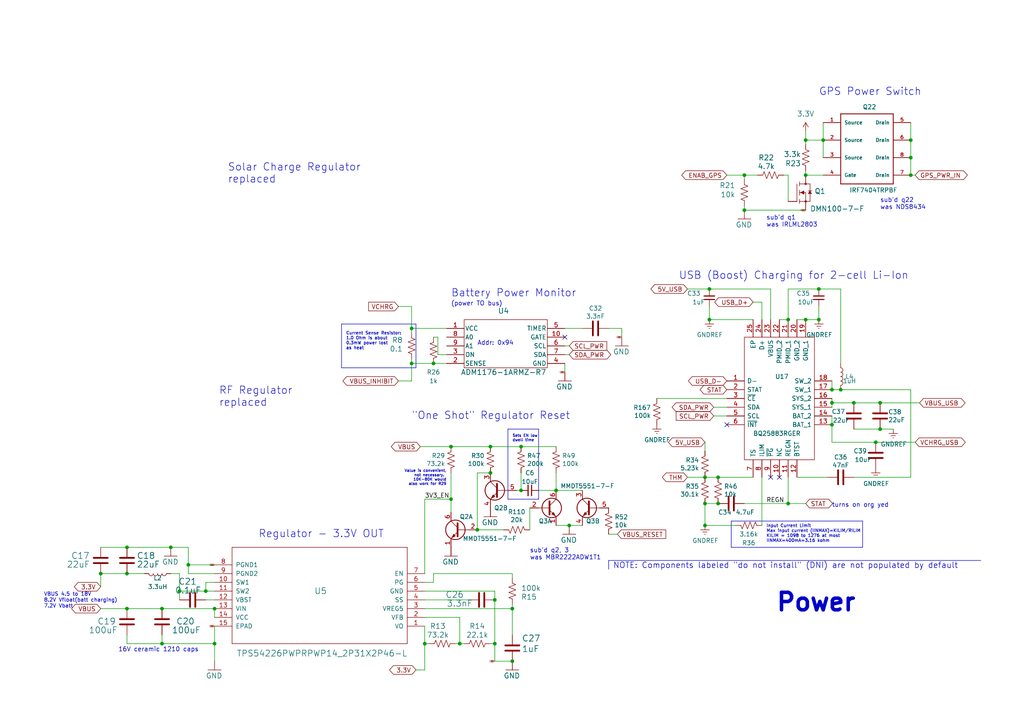
<source format=kicad_sch>
(kicad_sch (version 20230121) (generator eeschema)
  (paper "A4")
  (title_block (title "PyCubed Mainboard") (date "2021-06-09") (rev "v05c") (company "Max Holliday"))
  (lib_symbols
    (symbol "Device:C" (pin_numbers hide) (pin_names (offset 0.254))
      (property "Reference" "C" (at 0.635 2.54 0))
      (property "Value" "C" (at 0.635 -2.54 0))
      (symbol "C_0_1"
        (polyline (pts (xy -2.032 -0.762) (xy 2.032 -0.762)) (stroke (width 0.508)))
        (polyline (pts (xy -2.032 0.762) (xy 2.032 0.762)) (stroke (width 0.508)))
      )
      (symbol "C_1_1"
        (pin passive line (at 0 3.81 270) (length 2.794) (name "~") (number "1"))
        (pin passive line (at 0 -3.81 90) (length 2.794) (name "~") (number "2"))
      )
    )
    (symbol "Device:C_Small" (pin_numbers hide) (pin_names (offset 0.254) hide)
      (property "Reference" "C" (at 0.254 1.778 0))
      (property "Value" "C_Small" (at 0.254 -2.032 0))
      (symbol "C_Small_0_1"
        (polyline (pts (xy -1.524 -0.508) (xy 1.524 -0.508)) (stroke (width 0.3302)))
        (polyline (pts (xy -1.524 0.508) (xy 1.524 0.508)) (stroke (width 0.3048)))
      )
      (symbol "C_Small_1_1"
        (pin passive line (at 0 2.54 270) (length 2.032) (name "~") (number "1"))
        (pin passive line (at 0 -2.54 90) (length 2.032) (name "~") (number "2"))
      )
    )
    (symbol "Device:L" (pin_numbers hide) (pin_names (offset 1.016) hide)
      (property "Reference" "L" (at -1.27 0 90))
      (property "Value" "L" (at 1.905 0 90))
      (symbol "L_0_1"
        (arc (start 0 -2.54) (mid 0.6323 -1.905) (end 0 -1.27))
        (arc (start 0 -1.27) (mid 0.6323 -0.635) (end 0 0))
        (arc (start 0 0) (mid 0.6323 0.635) (end 0 1.27))
        (arc (start 0 1.27) (mid 0.6323 1.905) (end 0 2.54))
      )
      (symbol "L_1_1"
        (pin passive line (at 0 3.81 270) (length 1.27) (name "1") (number "1"))
        (pin passive line (at 0 -3.81 90) (length 1.27) (name "2") (number "2"))
      )
    )
    (symbol "Device:R_US" (pin_numbers hide) (pin_names (offset 0))
      (property "Reference" "R" (at 2.54 0 90))
      (property "Value" "R_US" (at -2.54 0 90))
      (symbol "R_US_0_1"
        (polyline (pts (xy 0 -2.286) (xy 0 -2.54)))
        (polyline (pts (xy 0 2.286) (xy 0 2.54)))
        (polyline (pts (xy 0 -0.762) (xy 1.016 -1.143) (xy 0 -1.524) (xy -1.016 -1.905) (xy 0 -2.286)))
        (polyline (pts (xy 0 0.762) (xy 1.016 0.381) (xy 0 0) (xy -1.016 -0.381) (xy 0 -0.762)))
        (polyline (pts (xy 0 2.286) (xy 1.016 1.905) (xy 0 1.524) (xy -1.016 1.143) (xy 0 0.762)))
      )
      (symbol "R_US_1_1"
        (pin passive line (at 0 3.81 270) (length 1.27) (name "~") (number "1"))
        (pin passive line (at 0 -3.81 90) (length 1.27) (name "~") (number "2"))
      )
    )
    (symbol "mainboard-rescue:GNDREF-power-mainboard-rescue" (power) (pin_names (offset 0))
      (property "Value" "GNDREF-power-mainboard-rescue" (at 0 -3.81 0))
      (symbol "GNDREF-power-mainboard-rescue_0_1"
        (polyline (pts (xy -0.635 -1.905) (xy 0.635 -1.905)))
        (polyline (pts (xy -0.127 -2.54) (xy 0.127 -2.54)))
        (polyline (pts (xy 0 -1.27) (xy 0 0)))
        (polyline (pts (xy 1.27 -1.27) (xy -1.27 -1.27)))
      )
      (symbol "GNDREF-power-mainboard-rescue_1_1"
        (pin power_in line (at 0 0 270) (length 0) hide (name "GNDREF") (number "1"))
      )
    )
    (symbol "mainboard-rescue:MBT2222ADW1T1-Transistor_BJT-mainboard-rescue" (pin_names (offset 0) hide)
      (property "Reference" "Q" (at 5.08 1.27 0))
      (property "Value" "MBT2222ADW1T1-Transistor_BJT-mainboard-rescue" (at 5.08 -1.27 0))
      (symbol "MBT2222ADW1T1-Transistor_BJT-mainboard-rescue_0_1"
        (polyline (pts (xy 0.635 0) (xy -2.54 0)))
        (polyline (pts (xy 0.635 0.635) (xy 2.54 2.54)))
        (polyline (pts (xy 0.635 -0.635) (xy 2.54 -2.54) (xy 2.54 -2.54)))
        (polyline (pts (xy 0.635 1.905) (xy 0.635 -1.905) (xy 0.635 -1.905)) (stroke (width 0.508)))
        (polyline (pts (xy 1.27 -1.778) (xy 1.778 -1.27) (xy 2.286 -2.286) (xy 1.27 -1.778) (xy 1.27 -1.778)) (fill (type outline)))
        (circle (center 1.27 0) (radius 2.8194) (stroke (width 0.254)))
      )
      (symbol "MBT2222ADW1T1-Transistor_BJT-mainboard-rescue_1_1"
        (pin passive line (at 2.54 -5.08 90) (length 2.54) (name "E1") (number "1"))
        (pin input line (at -5.08 0 0) (length 2.54) (name "B1") (number "2"))
        (pin passive line (at 2.54 5.08 270) (length 2.54) (name "C1") (number "6"))
      )
      (symbol "MBT2222ADW1T1-Transistor_BJT-mainboard-rescue_2_1"
        (pin passive line (at 2.54 5.08 270) (length 2.54) (name "C2") (number "3"))
        (pin passive line (at 2.54 -5.08 90) (length 2.54) (name "E2") (number "4"))
        (pin input line (at -5.08 0 0) (length 2.54) (name "B2") (number "5"))
      )
    )
    (symbol "mainboard:3.3V" (power) (pin_names (offset 1.016))
      (property "Value" "3.3V" (at -1.016 3.556 0))
      (symbol "3.3V_1_0"
        (polyline (pts (xy 0 2.54) (xy -0.762 1.27)))
        (polyline (pts (xy 0.762 1.27) (xy 0 2.54)))
        (pin power_in line (at 0 0 90) (length 2.54) (name "3.3V") (number "1"))
      )
    )
    (symbol "mainboard:ADM1176-1ARMZ-R7" (pin_names (offset 0.254))
      (property "Reference" "U?" (at 19.05 -10.16 0))
      (property "Value" "ADM1176-1ARMZ-R7" (at 20.32 -26.67 0))
      (symbol "ADM1176-1ARMZ-R7_0_1"
        (rectangle (start 7.62 -11.43) (end 31.75 -25.4))
      )
      (symbol "ADM1176-1ARMZ-R7_1_0"
        (pin unspecified line (at 2.54 -13.97 0) (length 5.08) (name "VCC") (number "1"))
        (pin unspecified line (at 36.83 -16.51 180) (length 5.08) (name "GATE") (number "10"))
        (pin unspecified line (at 2.54 -24.13 0) (length 5.08) (name "SENSE") (number "2"))
        (pin unspecified line (at 2.54 -21.59 0) (length 5.08) (name "ON") (number "3"))
        (pin unspecified line (at 36.83 -24.13 180) (length 5.08) (name "GND") (number "4"))
        (pin unspecified line (at 36.83 -13.97 180) (length 5.08) (name "TIMER") (number "5"))
        (pin unspecified line (at 36.83 -19.05 180) (length 5.08) (name "SCL") (number "6"))
        (pin unspecified line (at 36.83 -21.59 180) (length 5.08) (name "SDA") (number "7"))
        (pin unspecified line (at 2.54 -16.51 0) (length 5.08) (name "A0") (number "8"))
        (pin unspecified line (at 2.54 -19.05 0) (length 5.08) (name "A1") (number "9"))
      )
    )
    (symbol "mainboard:BQ25883RGER" (pin_names (offset 0.762))
      (property "Reference" "IC" (at 26.67 17.78 0))
      (property "Value" "BQ25883RGER" (at 26.67 15.24 0))
      (symbol "BQ25883RGER_0_0"
        (pin bidirectional line (at 0 0 0) (length 5.08) (name "D-") (number "1"))
        (pin bidirectional line (at 15.24 -27.94 90) (length 5.08) (name "NC") (number "10"))
        (pin bidirectional line (at 17.78 -27.94 90) (length 5.08) (name "REGN") (number "11"))
        (pin bidirectional line (at 20.32 -27.94 90) (length 5.08) (name "BTST") (number "12"))
        (pin bidirectional line (at 30.48 -12.7 180) (length 5.08) (name "BAT_1") (number "13"))
        (pin bidirectional line (at 30.48 -10.16 180) (length 5.08) (name "BAT_2") (number "14"))
        (pin bidirectional line (at 30.48 -7.62 180) (length 5.08) (name "SYS_1") (number "15"))
        (pin bidirectional line (at 30.48 -5.08 180) (length 5.08) (name "SYS_2") (number "16"))
        (pin bidirectional line (at 30.48 -2.54 180) (length 5.08) (name "SW_1") (number "17"))
        (pin bidirectional line (at 30.48 0 180) (length 5.08) (name "SW_2") (number "18"))
        (pin bidirectional line (at 22.86 17.78 270) (length 5.08) (name "GND_1") (number "19"))
        (pin bidirectional line (at 0 -2.54 0) (length 5.08) (name "STAT") (number "2"))
        (pin bidirectional line (at 20.32 17.78 270) (length 5.08) (name "GND_2") (number "20"))
        (pin bidirectional line (at 17.78 17.78 270) (length 5.08) (name "PMID_1") (number "21"))
        (pin bidirectional line (at 15.24 17.78 270) (length 5.08) (name "PMID_2") (number "22"))
        (pin bidirectional line (at 12.7 17.78 270) (length 5.08) (name "VBUS") (number "23"))
        (pin bidirectional line (at 10.16 17.78 270) (length 5.08) (name "D+") (number "24"))
        (pin bidirectional line (at 7.62 17.78 270) (length 5.08) (name "EP") (number "25"))
        (pin bidirectional line (at 0 -5.08 0) (length 5.08) (name "~{CE}") (number "3"))
        (pin bidirectional line (at 0 -7.62 0) (length 5.08) (name "SDA") (number "4"))
        (pin bidirectional line (at 0 -10.16 0) (length 5.08) (name "SCL") (number "5"))
        (pin bidirectional line (at 0 -12.7 0) (length 5.08) (name "~{INT}") (number "6"))
        (pin bidirectional line (at 7.62 -27.94 90) (length 5.08) (name "TS") (number "7"))
        (pin bidirectional line (at 10.16 -27.94 90) (length 5.08) (name "ILIM") (number "8"))
        (pin bidirectional line (at 12.7 -27.94 90) (length 5.08) (name "~{PG}") (number "9"))
      )
      (symbol "BQ25883RGER_0_1"
        (polyline (pts (xy 5.08 12.7) (xy 25.4 12.7) (xy 25.4 -22.86) (xy 5.08 -22.86) (xy 5.08 12.7)) (stroke (width 0.1524)))
      )
    )
    (symbol "mainboard:GND" (power) (pin_names (offset 1.016))
      (property "Value" "GND" (at -2.54 -2.54 0))
      (symbol "GND_1_0"
        (polyline (pts (xy -1.905 0) (xy 1.905 0)))
        (pin power_in line (at 0 2.54 270) (length 2.54) (name "GND") (number "1"))
      )
    )
    (symbol "mainboard:IRLML2803TRPBF" (pin_names (offset 1.016))
      (property "Reference" "Q" (at -11.43 1.27 0))
      (property "Value" "IRLML2803TRPBF" (at -11.43 3.81 0))
      (symbol "IRLML2803TRPBF_1_0"
        (polyline (pts (xy 0 2.54) (xy 0 -2.54)))
        (polyline (pts (xy 0.762 -2.54) (xy 0.762 -3.175)))
        (polyline (pts (xy 0.762 -1.905) (xy 0.762 -2.54)))
        (polyline (pts (xy 0.762 0) (xy 0.762 -0.762)))
        (polyline (pts (xy 0.762 0) (xy 2.54 0)))
        (polyline (pts (xy 0.762 0.762) (xy 0.762 0)))
        (polyline (pts (xy 0.762 2.54) (xy 0.762 1.905)))
        (polyline (pts (xy 0.762 2.54) (xy 3.81 2.54)))
        (polyline (pts (xy 0.762 3.175) (xy 0.762 2.54)))
        (polyline (pts (xy 2.54 -2.54) (xy 0.762 -2.54)))
        (polyline (pts (xy 2.54 -2.54) (xy 3.81 -2.54)))
        (polyline (pts (xy 2.54 0) (xy 2.54 -2.54)))
        (polyline (pts (xy 3.302 0.508) (xy 3.81 0.508)))
        (polyline (pts (xy 3.81 -0.508) (xy 3.81 -2.54)))
        (polyline (pts (xy 3.81 0.508) (xy 3.81 -0.508)))
        (polyline (pts (xy 3.81 0.508) (xy 4.318 0.508)))
        (polyline (pts (xy 3.81 2.54) (xy 3.81 0.508)))
        (polyline (pts (xy 1.016 0) (xy 2.032 0.508) (xy 2.032 -0.508)) (fill (type outline)))
        (polyline (pts (xy 3.81 0.508) (xy 3.302 -0.254) (xy 4.318 -0.254)) (fill (type outline)))
        (circle (center 2.54 -2.54) (radius 0.254))
        (circle (center 2.54 2.54) (radius 0.254))
        (pin passive line (at -2.54 -2.54 0) (length 2.54) (name "G") (number "1"))
        (pin passive line (at 2.54 -5.08 90) (length 2.54) (name "S") (number "2"))
        (pin passive line (at 2.54 5.08 270) (length 2.54) (name "D") (number "3"))
      )
    )
    (symbol "mainboard:NDS8434" (pin_names (offset 1.016))
      (symbol "NDS8434_0_0"
        (polyline (pts (xy -7.62 -10.16) (xy -7.62 10.16)) (stroke (width 0.254)))
        (polyline (pts (xy -7.62 10.16) (xy 7.62 10.16)) (stroke (width 0.254)))
        (polyline (pts (xy 7.62 -10.16) (xy -7.62 -10.16)) (stroke (width 0.254)))
        (polyline (pts (xy 7.62 10.16) (xy 7.62 -10.16)) (stroke (width 0.254)))
        (pin bidirectional line (at -12.7 7.62 0) (length 5.08) (name "Source") (number "1"))
        (pin bidirectional line (at -12.7 2.54 0) (length 5.08) (name "Source") (number "2"))
        (pin bidirectional line (at -12.7 -2.54 0) (length 5.08) (name "Source") (number "3"))
        (pin bidirectional line (at -12.7 -7.62 0) (length 5.08) (name "Gate") (number "4"))
        (pin bidirectional line (at 12.7 7.62 180) (length 5.08) (name "Drain") (number "5"))
        (pin bidirectional line (at 12.7 2.54 180) (length 5.08) (name "Drain") (number "6"))
        (pin bidirectional line (at 12.7 -7.62 180) (length 5.08) (name "Drain") (number "7"))
        (pin bidirectional line (at 12.7 -2.54 180) (length 5.08) (name "Drain") (number "8"))
      )
    )
    (symbol "mainboard:TPS54226PWPRPWP14_2P31X2P46-L" (pin_names (offset 1.016))
      (property "Reference" "U" (at 28.2956 9.1186 0))
      (property "Value" "TPS54226PWPRPWP14_2P31X2P46-L" (at 27.6606 6.5786 0))
      (symbol "TPS54226PWPRPWP14_2P31X2P46-L_1_0"
        (polyline (pts (xy 7.62 -22.86) (xy 58.42 -22.86)))
        (polyline (pts (xy 7.62 5.08) (xy 7.62 -22.86)))
        (polyline (pts (xy 58.42 -22.86) (xy 58.42 5.08)))
        (polyline (pts (xy 58.42 5.08) (xy 7.62 5.08)))
        (pin output line (at 2.54 0 0) (length 5.08) (name "VO") (number "1"))
        (pin passive line (at 63.5 -12.7 180) (length 5.08) (name "SW1") (number "10"))
        (pin passive line (at 63.5 -10.16 180) (length 5.08) (name "SW2") (number "11"))
        (pin input line (at 63.5 -7.62 180) (length 5.08) (name "VBST") (number "12"))
        (pin input line (at 63.5 -5.08 180) (length 5.08) (name "VIN") (number "13"))
        (pin input line (at 63.5 -2.54 180) (length 5.08) (name "VCC") (number "14"))
        (pin passive line (at 63.5 0 180) (length 5.08) (name "EPAD") (number "15"))
        (pin input line (at 2.54 -2.54 0) (length 5.08) (name "VFB") (number "2"))
        (pin output line (at 2.54 -5.08 0) (length 5.08) (name "VREG5") (number "3"))
        (pin passive line (at 2.54 -7.62 0) (length 5.08) (name "SS") (number "4"))
        (pin power_in line (at 2.54 -10.16 0) (length 5.08) (name "GND") (number "5"))
        (pin output line (at 2.54 -12.7 0) (length 5.08) (name "PG") (number "6"))
        (pin input line (at 2.54 -15.24 0) (length 5.08) (name "EN") (number "7"))
        (pin power_in line (at 63.5 -17.78 180) (length 5.08) (name "PGND1") (number "8"))
        (pin power_in line (at 63.5 -15.24 180) (length 5.08) (name "PGND2") (number "9"))
      )
    )
  )
  (junction (at 247.65 116.84))
  (junction (at 215.9 50.8))
  (junction (at 254 128.27))
  (junction (at 237.49 83.82))
  (junction (at 205.74 92.71))
  (junction (at 208.28 146.05))
  (junction (at 36.83 166.37))
  (junction (at 62.23 186.69))
  (junction (at 165.1 152.4))
  (junction (at 238.76 40.64))
  (junction (at 204.47 146.05))
  (junction (at 59.69 171.45))
  (junction (at 151.13 129.54))
  (junction (at 143.51 173.99))
  (junction (at 119.38 105.41))
  (junction (at 46.99 176.53))
  (junction (at 204.47 138.43))
  (junction (at 208.28 138.43))
  (junction (at 52.07 171.45))
  (junction (at 143.51 186.69))
  (junction (at 205.74 83.82))
  (junction (at 46.99 186.69))
  (junction (at 133.35 186.69))
  (junction (at 233.68 50.8))
  (junction (at 151.13 142.24))
  (junction (at 54.61 163.83))
  (junction (at 233.68 92.71))
  (junction (at 148.59 176.53))
  (junction (at 119.38 95.25))
  (junction (at 204.47 152.4))
  (junction (at 233.68 40.64))
  (junction (at 148.59 191.77))
  (junction (at 142.24 129.54))
  (junction (at 241.3 113.03))
  (junction (at 241.3 123.19))
  (junction (at 215.9 60.96))
  (junction (at 29.21 166.37))
  (junction (at 62.23 176.53))
  (junction (at 130.81 144.78))
  (junction (at 130.81 129.54))
  (junction (at 255.27 116.84))
  (junction (at 161.29 142.24))
  (junction (at 36.83 176.53))
  (junction (at 138.43 153.67))
  (junction (at 243.84 113.03))
  (junction (at 125.73 105.41))
  (junction (at 255.27 124.46))
  (junction (at 264.16 50.8))
  (junction (at 264.16 40.64))
  (junction (at 36.83 158.75))
  (junction (at 142.24 137.16))
  (junction (at 237.49 92.71))
  (junction (at 123.19 186.69))
  (junction (at 228.6 146.05))
  (junction (at 264.16 45.72))
  (junction (at 49.53 158.75))
  (junction (at 228.6 92.71))
  (junction (at 241.3 116.84))
  (no_connect (at 210.82 123.19))
  (no_connect (at 163.83 97.79))
  (no_connect (at 223.52 138.43))
  (no_connect (at 226.06 138.43))
  (wire (pts (xy 54.61 166.37) (xy 62.23 166.37)))
  (wire (pts (xy 62.23 168.91) (xy 59.69 168.91)))
  (polyline (pts (xy 99.06 93.98) (xy 120.65 93.98)))
  (wire (pts (xy 138.43 137.16) (xy 142.24 137.16)))
  (wire (pts (xy 29.21 170.18) (xy 29.21 166.37)))
  (wire (pts (xy 264.16 50.8) (xy 265.43 50.8)))
  (wire (pts (xy 132.08 186.69) (xy 133.35 186.69)))
  (polyline (pts (xy 120.65 93.98) (xy 120.65 106.68)))
  (wire (pts (xy 36.83 158.75) (xy 49.53 158.75)))
  (wire (pts (xy 46.99 186.69) (xy 46.99 184.15)))
  (wire (pts (xy 264.16 35.56) (xy 264.16 40.64)))
  (wire (pts (xy 119.38 95.25) (xy 129.54 95.25)))
  (wire (pts (xy 148.59 166.37) (xy 125.73 166.37)))
  (wire (pts (xy 231.14 92.71) (xy 233.68 92.71)))
  (wire (pts (xy 210.82 50.8) (xy 215.9 50.8)))
  (wire (pts (xy 36.83 176.53) (xy 29.21 176.53)))
  (wire (pts (xy 254 128.27) (xy 265.43 128.27)))
  (wire (pts (xy 148.59 175.26) (xy 148.59 176.53)))
  (wire (pts (xy 142.24 186.69) (xy 143.51 186.69)))
  (wire (pts (xy 130.81 144.78) (xy 130.81 148.59)))
  (polyline (pts (xy 156.21 144.78) (xy 156.21 124.46)))
  (wire (pts (xy 264.16 45.72) (xy 264.16 50.8)))
  (wire (pts (xy 205.74 88.9) (xy 205.74 92.71)))
  (wire (pts (xy 123.19 181.61) (xy 123.19 186.69)))
  (wire (pts (xy 143.51 173.99) (xy 143.51 186.69)))
  (wire (pts (xy 233.68 40.64) (xy 233.68 38.1)))
  (wire (pts (xy 208.28 138.43) (xy 204.47 138.43)))
  (wire (pts (xy 179.07 154.94) (xy 176.53 154.94)))
  (wire (pts (xy 243.84 83.82) (xy 237.49 83.82)))
  (wire (pts (xy 133.35 179.07) (xy 133.35 186.69)))
  (wire (pts (xy 215.9 146.05) (xy 228.6 146.05)))
  (wire (pts (xy 52.07 171.45) (xy 52.07 166.37)))
  (wire (pts (xy 36.83 186.69) (xy 36.83 184.15)))
  (wire (pts (xy 163.83 107.95) (xy 163.83 105.41)))
  (wire (pts (xy 233.68 92.71) (xy 237.49 92.71)))
  (wire (pts (xy 168.91 152.4) (xy 165.1 152.4)))
  (wire (pts (xy 165.1 152.4) (xy 161.29 152.4)))
  (wire (pts (xy 62.23 181.61) (xy 62.23 186.69)))
  (wire (pts (xy 210.82 118.11) (xy 207.01 118.11)))
  (wire (pts (xy 46.99 176.53) (xy 62.23 176.53)))
  (wire (pts (xy 133.35 186.69) (xy 134.62 186.69)))
  (wire (pts (xy 228.6 146.05) (xy 233.68 146.05)))
  (wire (pts (xy 153.67 153.67) (xy 153.67 147.32)))
  (wire (pts (xy 146.05 153.67) (xy 138.43 153.67)))
  (wire (pts (xy 125.73 168.91) (xy 123.19 168.91)))
  (wire (pts (xy 123.19 186.69) (xy 124.46 186.69)))
  (polyline (pts (xy 176.53 165.1) (xy 176.53 162.56)))
  (wire (pts (xy 247.65 124.46) (xy 255.27 124.46)))
  (wire (pts (xy 123.19 179.07) (xy 133.35 179.07)))
  (wire (pts (xy 255.27 124.46) (xy 259.08 124.46)))
  (wire (pts (xy 161.29 137.16) (xy 161.29 142.24)))
  (wire (pts (xy 241.3 120.65) (xy 241.3 123.19)))
  (wire (pts (xy 204.47 152.4) (xy 213.36 152.4)))
  (wire (pts (xy 204.47 146.05) (xy 204.47 152.4)))
  (wire (pts (xy 264.16 40.64) (xy 264.16 45.72)))
  (wire (pts (xy 168.91 142.24) (xy 161.29 142.24)))
  (wire (pts (xy 215.9 59.69) (xy 215.9 60.96)))
  (wire (pts (xy 226.06 92.71) (xy 228.6 92.71)))
  (wire (pts (xy 127 97.79) (xy 125.73 97.79)))
  (wire (pts (xy 228.6 138.43) (xy 228.6 146.05)))
  (wire (pts (xy 176.53 95.25) (xy 180.34 95.25)))
  (wire (pts (xy 237.49 88.9) (xy 237.49 92.71)))
  (wire (pts (xy 247.65 138.43) (xy 264.16 138.43)))
  (wire (pts (xy 247.65 116.84) (xy 255.27 116.84)))
  (wire (pts (xy 46.99 186.69) (xy 62.23 186.69)))
  (polyline (pts (xy 99.06 106.68) (xy 99.06 93.98)))
  (wire (pts (xy 148.59 166.37) (xy 148.59 167.64)))
  (wire (pts (xy 247.65 116.84) (xy 241.3 116.84)))
  (wire (pts (xy 233.68 49.53) (xy 233.68 50.8)))
  (wire (pts (xy 36.83 186.69) (xy 46.99 186.69)))
  (polyline (pts (xy 147.32 144.78) (xy 147.32 124.46)))
  (wire (pts (xy 62.23 163.83) (xy 54.61 163.83)))
  (wire (pts (xy 205.74 92.71) (xy 218.44 92.71)))
  (wire (pts (xy 241.3 113.03) (xy 243.84 113.03)))
  (wire (pts (xy 243.84 113.03) (xy 264.16 113.03)))
  (wire (pts (xy 238.76 40.64) (xy 238.76 35.56)))
  (wire (pts (xy 220.98 152.4) (xy 220.98 138.43)))
  (wire (pts (xy 254 128.27) (xy 241.3 128.27)))
  (wire (pts (xy 123.19 176.53) (xy 148.59 176.53)))
  (wire (pts (xy 233.68 60.96) (xy 215.9 60.96)))
  (wire (pts (xy 130.81 137.16) (xy 130.81 144.78)))
  (wire (pts (xy 119.38 104.14) (xy 119.38 105.41)))
  (wire (pts (xy 125.73 166.37) (xy 125.73 168.91)))
  (wire (pts (xy 119.38 95.25) (xy 119.38 96.52)))
  (wire (pts (xy 227.33 50.8) (xy 228.6 50.8)))
  (wire (pts (xy 119.38 95.25) (xy 119.38 88.9)))
  (wire (pts (xy 223.52 92.71) (xy 223.52 83.82)))
  (wire (pts (xy 241.3 115.57) (xy 241.3 116.84)))
  (wire (pts (xy 149.86 142.24) (xy 151.13 142.24)))
  (wire (pts (xy 119.38 105.41) (xy 125.73 105.41)))
  (wire (pts (xy 165.1 100.33) (xy 163.83 100.33)))
  (wire (pts (xy 241.3 128.27) (xy 241.3 123.19)))
  (wire (pts (xy 115.57 110.49) (xy 119.38 110.49)))
  (wire (pts (xy 123.19 186.69) (xy 123.19 194.31)))
  (wire (pts (xy 123.19 166.37) (xy 123.19 144.78)))
  (wire (pts (xy 62.23 173.99) (xy 59.69 173.99)))
  (polyline (pts (xy 176.53 162.56) (xy 284.48 162.56)))
  (wire (pts (xy 138.43 153.67) (xy 138.43 137.16)))
  (wire (pts (xy 143.51 171.45) (xy 143.51 173.99)))
  (wire (pts (xy 127 102.87) (xy 129.54 102.87)))
  (wire (pts (xy 238.76 45.72) (xy 238.76 40.64)))
  (wire (pts (xy 59.69 171.45) (xy 59.69 168.91)))
  (wire (pts (xy 218.44 138.43) (xy 208.28 138.43)))
  (wire (pts (xy 228.6 83.82) (xy 228.6 92.71)))
  (wire (pts (xy 127 102.87) (xy 127 97.79)))
  (wire (pts (xy 190.5 115.57) (xy 210.82 115.57)))
  (wire (pts (xy 130.81 129.54) (xy 142.24 129.54)))
  (wire (pts (xy 54.61 163.83) (xy 54.61 166.37)))
  (wire (pts (xy 49.53 158.75) (xy 54.61 158.75)))
  (wire (pts (xy 125.73 105.41) (xy 129.54 105.41)))
  (polyline (pts (xy 120.65 106.68) (xy 99.06 106.68)))
  (polyline (pts (xy 212.09 151.13) (xy 212.09 158.75)))
  (wire (pts (xy 237.49 83.82) (xy 228.6 83.82)))
  (wire (pts (xy 29.21 166.37) (xy 36.83 166.37)))
  (wire (pts (xy 151.13 129.54) (xy 161.29 129.54)))
  (wire (pts (xy 255.27 116.84) (xy 266.7 116.84)))
  (wire (pts (xy 233.68 40.64) (xy 233.68 41.91)))
  (polyline (pts (xy 250.19 151.13) (xy 212.09 151.13)))
  (wire (pts (xy 62.23 179.07) (xy 62.23 176.53)))
  (wire (pts (xy 121.92 129.54) (xy 130.81 129.54)))
  (wire (pts (xy 123.19 144.78) (xy 130.81 144.78)))
  (polyline (pts (xy 250.19 158.75) (xy 250.19 151.13)))
  (wire (pts (xy 241.3 110.49) (xy 241.3 113.03)))
  (wire (pts (xy 143.51 191.77) (xy 148.59 191.77)))
  (wire (pts (xy 205.74 83.82) (xy 199.39 83.82)))
  (wire (pts (xy 142.24 129.54) (xy 151.13 129.54)))
  (wire (pts (xy 52.07 173.99) (xy 52.07 171.45)))
  (wire (pts (xy 210.82 120.65) (xy 207.01 120.65)))
  (wire (pts (xy 151.13 137.16) (xy 151.13 142.24)))
  (wire (pts (xy 156.21 142.24) (xy 161.29 142.24)))
  (wire (pts (xy 228.6 58.42) (xy 228.6 50.8)))
  (wire (pts (xy 36.83 166.37) (xy 41.91 166.37)))
  (wire (pts (xy 204.47 128.27) (xy 204.47 130.81)))
  (wire (pts (xy 243.84 105.41) (xy 243.84 83.82)))
  (wire (pts (xy 62.23 171.45) (xy 59.69 171.45)))
  (wire (pts (xy 208.28 146.05) (xy 204.47 146.05)))
  (wire (pts (xy 168.91 95.25) (xy 163.83 95.25)))
  (wire (pts (xy 215.9 50.8) (xy 215.9 52.07)))
  (wire (pts (xy 231.14 138.43) (xy 240.03 138.43)))
  (wire (pts (xy 62.23 186.69) (xy 62.23 191.77)))
  (wire (pts (xy 223.52 83.82) (xy 205.74 83.82)))
  (wire (pts (xy 29.21 158.75) (xy 36.83 158.75)))
  (polyline (pts (xy 156.21 124.46) (xy 147.32 124.46)))
  (wire (pts (xy 148.59 176.53) (xy 148.59 184.15)))
  (wire (pts (xy 123.19 194.31) (xy 120.65 194.31)))
  (wire (pts (xy 143.51 186.69) (xy 143.51 191.77)))
  (wire (pts (xy 119.38 105.41) (xy 119.38 110.49)))
  (wire (pts (xy 115.57 88.9) (xy 119.38 88.9)))
  (wire (pts (xy 241.3 116.84) (xy 241.3 118.11)))
  (wire (pts (xy 238.76 50.8) (xy 233.68 50.8)))
  (wire (pts (xy 36.83 176.53) (xy 46.99 176.53)))
  (wire (pts (xy 218.44 87.63) (xy 220.98 87.63)))
  (wire (pts (xy 264.16 113.03) (xy 264.16 138.43)))
  (wire (pts (xy 123.19 173.99) (xy 135.89 173.99)))
  (wire (pts (xy 180.34 97.79) (xy 180.34 95.25)))
  (wire (pts (xy 165.1 102.87) (xy 163.83 102.87)))
  (wire (pts (xy 220.98 87.63) (xy 220.98 92.71)))
  (wire (pts (xy 54.61 158.75) (xy 54.61 163.83)))
  (polyline (pts (xy 156.21 144.78) (xy 147.32 144.78)))
  (wire (pts (xy 204.47 138.43) (xy 199.39 138.43)))
  (wire (pts (xy 59.69 171.45) (xy 52.07 171.45)))
  (wire (pts (xy 238.76 40.64) (xy 233.68 40.64)))
  (wire (pts (xy 215.9 50.8) (xy 219.71 50.8)))
  (wire (pts (xy 123.19 171.45) (xy 143.51 171.45)))
  (polyline (pts (xy 212.09 158.75) (xy 250.19 158.75)))
  (wire (pts (xy 49.53 166.37) (xy 52.07 166.37)))
  (text "(power TO bus)" (at 130.81 88.9 0) (effects (font (size 1.27 1.27)) (justify left bottom)))
  (text "Value is convenient,\nnot necessary. \n10K-80K would\nalso work for R29" (at 129.54 140.97 0) (effects (font (size 0.7874 0.7874)) (justify right bottom)))
  (text "Input Current Limit\nMax input current (IINMAX)=KILIM/RILIM\nKILIM = 1098 to 1276 at most\nIINMAX=400mA=3.16 kohm" (at 222.25 157.48 0) (effects (font (size 0.889 0.889)) (justify left bottom)))
  (text "USB (Boost) Charging for 2-cell Li-Ion" (at 196.85 81.28 0) (effects (font (size 2.159 2.159)) (justify left bottom)))
  (text "Battery Power Monitor" (at 130.81 86.36 0) (effects (font (size 2.159 2.159)) (justify left bottom)))
  (text "Addr: 0x94" (at 138.43 100.33 0) (effects (font (size 1.27 1.27)) (justify left bottom)))
  (text "sub'd q2, 3\nwas MBR2222ADW1T1" (at 153.67 162.56 0) (effects (font (size 1.27 1.27)) (justify left bottom)))
  (text "\"One Shot\" Regulator Reset" (at 119.38 121.92 0) (effects (font (size 2.159 2.159)) (justify left bottom)))
  (text "GPS Power Switch" (at 237.49 27.94 0) (effects (font (size 2.159 2.159)) (justify left bottom)))
  (text "sub'd q22\nwas NDS8434\n" (at 255.27 60.96 0) (effects (font (size 1.27 1.27)) (justify left bottom)))
  (text "Power" (at 224.79 177.8 0) (effects (font (size 5.08 5.08) (thickness 1.016) bold) (justify left bottom)))
  (text "16V ceramic 1210 caps" (at 34.29 189.23 0) (effects (font (size 1.27 1.27)) (justify left bottom)))
  (text "Sets EN low\ndwell time" (at 148.59 128.27 0) (effects (font (size 0.7874 0.7874)) (justify left bottom)))
  (text "turns on org yed" (at 241.3 147.32 0) (effects (font (size 1.27 1.27)) (justify left bottom)))
  (text "sub'd q1\nwas IRLML2803" (at 222.25 66.04 0) (effects (font (size 1.27 1.27)) (justify left bottom)))
  (text "NOTE: Components labeled \"do not install\" (DNI) are not populated by default" (at 177.8 165.1 0) (effects (font (size 1.651 1.651)) (justify left bottom)))
  (text "Current Sense Resistor:\n1.0 Ohm is about \n0.3mW power lost\nas heat" (at 100.33 101.6 0) (effects (font (size 0.889 0.889)) (justify left bottom)))
  (text "VBUS 4.5 to 18V\n8.2V Vfloat(batt charging)\n7.2V Vbatt" (at 12.7 176.53 0) (effects (font (size 1.0668 1.0668)) (justify left bottom)))
  (text "Regulator - 3.3V OUT" (at 74.93 156.21 0) (effects (font (size 2.159 2.159)) (justify left bottom)))
  (text "Solar Charge Regulator\nreplaced" (at 66.04 53.34 0) (effects (font (size 2.159 2.159)) (justify left bottom)))
  (text "RF Regulator\nreplaced" (at 63.5 118.11 0) (effects (font (size 2.159 2.159)) (justify left bottom)))
  (label "3V3_EN" (at 123.19 144.78 0))
  (label "REGN" (at 222.25 146.05 0))
  (global_label "GPS_PWR_IN" (shape bidirectional) (at 265.43 50.8 0) (property "Intersheetrefs" "${INTERSHEET_REFS}" (effects hide)))
  (global_label "5V_USB" (shape bidirectional) (at 204.47 128.27 180) (property "Intersheetrefs" "${INTERSHEET_REFS}" (effects hide)))
  (global_label "STAT" (shape bidirectional) (at 210.82 113.03 180) (property "Intersheetrefs" "${INTERSHEET_REFS}" (effects hide)))
  (global_label "VCHRG_USB" (shape bidirectional) (at 265.43 128.27 0) (property "Intersheetrefs" "${INTERSHEET_REFS}" (effects hide)))
  (global_label "3.3V" (shape bidirectional) (at 120.65 194.31 180) (property "Intersheetrefs" "${INTERSHEET_REFS}" (effects hide)))
  (global_label "SDA_PWR" (shape bidirectional) (at 207.01 118.11 180) (property "Intersheetrefs" "${INTERSHEET_REFS}" (effects hide)))
  (global_label "VBUS_INHIBIT" (shape bidirectional) (at 115.57 110.49 180) (property "Intersheetrefs" "${INTERSHEET_REFS}" (effects hide)))
  (global_label "USB_D-" (shape bidirectional) (at 210.82 110.49 180) (property "Intersheetrefs" "${INTERSHEET_REFS}" (effects hide)))
  (global_label "VBUS_USB" (shape bidirectional) (at 266.7 116.84 0) (property "Intersheetrefs" "${INTERSHEET_REFS}" (effects hide)))
  (global_label "SCL_PWR" (shape input) (at 207.01 120.65 180) (property "Intersheetrefs" "${INTERSHEET_REFS}" (effects hide)))
  (global_label "GND" (shape bidirectional) (at 180.34 97.79 180) (effects (font (size 0.254 0.254))) (property "Intersheetrefs" "${INTERSHEET_REFS}" (effects hide)))
  (global_label "3.3V" (shape bidirectional) (at 29.21 170.18 180) (property "Intersheetrefs" "${INTERSHEET_REFS}" (effects hide)))
  (global_label "SDA_PWR" (shape bidirectional) (at 165.1 102.87 0) (property "Intersheetrefs" "${INTERSHEET_REFS}" (effects hide)))
  (global_label "VBUS" (shape bidirectional) (at 121.92 129.54 180) (property "Intersheetrefs" "${INTERSHEET_REFS}" (effects hide)))
  (global_label "SCL_PWR" (shape input) (at 165.1 100.33 0) (property "Intersheetrefs" "${INTERSHEET_REFS}" (effects hide)))
  (global_label "USB_D+" (shape bidirectional) (at 218.44 87.63 180) (property "Intersheetrefs" "${INTERSHEET_REFS}" (effects hide)))
  (global_label "GND" (shape bidirectional) (at 163.83 107.95 180) (effects (font (size 0.254 0.254))) (property "Intersheetrefs" "${INTERSHEET_REFS}" (effects hide)))
  (global_label "GND" (shape bidirectional) (at 233.68 60.96 180) (effects (font (size 0.254 0.254))) (property "Intersheetrefs" "${INTERSHEET_REFS}" (effects hide)))
  (global_label "5V_USB" (shape bidirectional) (at 199.39 83.82 180) (property "Intersheetrefs" "${INTERSHEET_REFS}" (effects hide)))
  (global_label "VBUS_RESET" (shape input) (at 179.07 154.94 0) (property "Intersheetrefs" "${INTERSHEET_REFS}" (effects hide)))
  (global_label "GND" (shape bidirectional) (at 62.23 163.83 180) (effects (font (size 0.254 0.254))) (property "Intersheetrefs" "${INTERSHEET_REFS}" (effects hide)))
  (global_label "VCHRG" (shape input) (at 115.57 88.9 180) (property "Intersheetrefs" "${INTERSHEET_REFS}" (effects hide)))
  (global_label "STAT" (shape bidirectional) (at 233.68 146.05 0) (property "Intersheetrefs" "${INTERSHEET_REFS}" (effects hide)))
  (global_label "GND" (shape bidirectional) (at 143.51 191.77 180) (effects (font (size 0.254 0.254))) (property "Intersheetrefs" "${INTERSHEET_REFS}" (effects hide)))
  (global_label "GND" (shape bidirectional) (at 62.23 181.61 180) (effects (font (size 0.254 0.254))) (property "Intersheetrefs" "${INTERSHEET_REFS}" (effects hide)))
  (global_label "VBUS" (shape bidirectional) (at 29.21 176.53 180) (property "Intersheetrefs" "${INTERSHEET_REFS}" (effects hide)))
  (global_label "ENAB_GPS" (shape bidirectional) (at 210.82 50.8 180) (property "Intersheetrefs" "${INTERSHEET_REFS}" (effects hide)))
  (global_label "THM" (shape bidirectional) (at 199.39 138.43 180) (property "Intersheetrefs" "${INTERSHEET_REFS}" (effects hide)))
  (symbol (lib_id "Device:C") (at 55.88 173.99 90) (unit 1)
    (property "Reference" "C21" (at 57.15 167.64 90) (effects (font (size 1.778 1.778)) (justify left bottom)))
    (property "Value" "0.1uF" (at 58.42 170.18 90) (effects (font (size 1.778 1.778)) (justify left bottom)))
    (property "Footprint" "Capacitor_SMD:C_0603_1608Metric" (effects hide))
  )
  (symbol (lib_id "Device:R_US") (at 138.43 186.69 270) (unit 1)
    (property "Reference" "R14" (at 138.43 181.61 90) (effects (font (size 1.4986 1.4986))))
    (property "Value" "22.1k" (at 138.43 184.15 90) (effects (font (size 1.4986 1.4986))))
    (property "Footprint" "Resistor_SMD:R_0603_1608Metric" (effects hide))
  )
  (symbol (lib_id "Device:R_US") (at 119.38 100.33 180) (unit 1)
    (property "Reference" "R8" (at 116.84 97.79 0) (effects (font (size 1.4986 1.4986)) (justify left bottom)))
    (property "Value" "0.1" (at 116.84 100.33 0) (effects (font (size 1.4986 1.4986)) (justify left bottom)))
    (property "Footprint" "Resistor_SMD:R_2512_6332Metric" (effects hide))
  )
  (symbol (lib_id "mainboard:3.3V") (at 233.68 38.1 0) (unit 1)
    (property "Reference" "#SUPPLY06" (effects hide))
    (property "Value" "3.3V" (at 233.68 33.02 0) (effects (font (size 1.4986 1.4986))))
  )
  (symbol (lib_id "mainboard:IRLML2803TRPBF") (at 231.14 55.88 0) (unit 1)
    (property "Reference" "Q1" (at 236.22 54.61 0) (effects (font (size 1.4986 1.4986)) (justify left top)))
    (property "Value" "DMN100-7-F" (at 234.95 59.69 0) (effects (font (size 1.4986 1.4986)) (justify left top)))
    (property "Footprint" "mainboard:SOT-23" (effects hide))
    (property "Flight" "DMN100-7-F" (effects hide))
  )
  (symbol (lib_id "Device:C") (at 148.59 187.96 0) (unit 1)
    (property "Reference" "C27" (at 151.3332 185.1406 0) (effects (font (size 1.778 1.778)) (justify left)))
    (property "Value" "1uF" (at 151.3332 188.214 0) (effects (font (size 1.778 1.778)) (justify left)))
    (property "Footprint" "Capacitor_SMD:C_0603_1608Metric" (effects hide))
  )
  (symbol (lib_id "Device:C") (at 29.21 162.56 0) (unit 1)
    (property "Reference" "C17" (at 20.574 162.179 0) (effects (font (size 1.778 1.778)) (justify left bottom)))
    (property "Value" "22uF" (at 19.304 164.719 0) (effects (font (size 1.778 1.778)) (justify left bottom)))
    (property "Footprint" "Capacitor_SMD:C_0805_2012Metric" (effects hide))
  )
  (symbol (lib_id "Device:R_US") (at 148.59 171.45 0) (unit 1)
    (property "Reference" "R15" (at 151.13 173.99 0) (effects (font (size 1.4986 1.4986)) (justify left bottom)))
    (property "Value" "100k" (at 151.13 171.45 0) (effects (font (size 1.4986 1.4986)) (justify left bottom)))
    (property "Footprint" "Resistor_SMD:R_0603_1608Metric" (effects hide))
  )
  (symbol (lib_id "mainboard:NDS8434") (at 251.46 43.18 0) (unit 1)
    (property "Reference" "Q22" (at 250.19 31.75 0) (effects (justify left bottom)))
    (property "Value" "IRF7404TRPBF" (at 246.38 55.88 0) (effects (justify left bottom)))
    (property "Footprint" "Package_SO:SOIC-8_3.9x4.9mm_P1.27mm" (effects hide))
    (property "Description" "P-Channel MOSFET" (effects hide))
    (property "Flight" "IRF7404TRPBF" (effects hide))
  )
  (symbol (lib_id "Device:L") (at 45.72 166.37 270) (unit 1)
    (property "Reference" "L2" (at 45.72 167.64 90))
    (property "Value" "3.3uH" (at 45.72 170.18 90))
    (property "Footprint" "mainboard:L_2141" (effects hide))
    (property "Datasheet" "https://datasheet.lcsc.com/lcsc/2009171412_TAI-TECH-HPC5040NF-3R3MTH_C304367.pdf" (effects hide))
    (property "Description" "3.3uH Shielded Inductor" (effects hide))
    (property "Flight" "SPM5030T-3R3M-HZ" (effects hide))
    (property "Manufacturer_Name" "TAI-TECH" (effects hide))
    (property "Manufacturer_Part_Number" "HPC5040NF-3R3MTH" (effects hide))
    (property "Proto" "HPC5040NF-3R3MTH" (effects hide))
  )
  (symbol (lib_id "Device:C") (at 243.84 138.43 270) (unit 1)
    (property "Reference" "C36" (at 243.84 132.6134 90))
    (property "Value" "47nF" (at 243.84 134.9248 90))
    (property "Footprint" "Capacitor_SMD:C_0603_1608Metric" (effects hide))
  )
  (symbol (lib_id "Device:C") (at 247.65 120.65 180) (unit 1)
    (property "Reference" "C37" (at 245.11 119.38 0) (effects (justify left)))
    (property "Value" "22uF" (at 246.38 121.92 0) (effects (justify left)))
    (property "Footprint" "Capacitor_SMD:C_0805_2012Metric" (effects hide))
  )
  (symbol (lib_id "Device:C") (at 254 132.08 180) (unit 1)
    (property "Reference" "C39" (at 251.46 130.81 0) (effects (justify left)))
    (property "Value" "10uF" (at 252.73 133.35 0) (effects (justify left)))
    (property "Footprint" "Capacitor_SMD:C_0805_2012Metric" (effects hide))
  )
  (symbol (lib_id "Device:C") (at 212.09 146.05 270) (unit 1)
    (property "Reference" "C34" (at 208.28 148.59 90) (effects (justify left)))
    (property "Value" "4.7uF" (at 213.36 148.59 90) (effects (justify left)))
    (property "Footprint" "Capacitor_SMD:C_0805_2012Metric" (effects hide))
  )
  (symbol (lib_id "Device:C_Small") (at 205.74 86.36 180) (unit 1)
    (property "Reference" "C33" (at 203.2 85.09 0) (effects (justify left)))
    (property "Value" "1uF" (at 204.47 87.63 0) (effects (justify left)))
    (property "Footprint" "Capacitor_SMD:C_0603_1608Metric" (effects hide))
  )
  (symbol (lib_id "Device:L") (at 243.84 109.22 0) (unit 1)
    (property "Reference" "L4" (at 246.38 109.22 0))
    (property "Value" "1uH" (at 246.38 110.49 0))
    (property "Footprint" "mainboard:L_2510" (effects hide))
    (property "Datasheet" "https://datasheet.lcsc.com/lcsc/1912111437_PSA-Prosperity-Dielectrics-MCS25GD-1R0MMP_C375955.pdf" (effects hide))
    (property "Description" "1uH Shielded Inductor" (effects hide))
    (property "Flight" "DFE252012F-1R0M" (effects hide))
    (property "Manufacturer_Name" "Prosperity Dielectrics" (effects hide))
    (property "Manufacturer_Part_Number" "MCS25GD-1R0MMP" (effects hide))
    (property "Proto" "MCS25GD-1R0MMP" (effects hide))
  )
  (symbol (lib_id "mainboard:ADM1176-1ARMZ-R7") (at 127 81.28 0) (unit 1)
    (property "Reference" "U4" (at 146.05 90.17 0) (effects (font (size 1.524 1.524))))
    (property "Value" "ADM1176-1ARMZ-R7" (at 146.05 107.95 0) (effects (font (size 1.524 1.524))))
    (property "Footprint" "mainboard:ADM1176-1ARMZ-R7" (effects hide))
    (property "Datasheet" "https://www.analog.com/media/en/technical-documentation/data-sheets/ADM1176.pdf" (effects hide))
    (property "Description" "Power Monitor" (effects hide))
    (property "Flight" "ADM1176-1ARMZ-R7" (effects hide))
    (property "Manufacturer_Name" "Analog Devices Inc." (effects hide))
    (property "Manufacturer_Part_Number" "ADM1176-1ARMZ-R7" (effects hide))
    (property "Proto" "ADM1176-1ARMZ-R7" (effects hide))
  )
  (symbol (lib_id "Device:C_Small") (at 237.49 86.36 180) (unit 1)
    (property "Reference" "C35" (at 234.95 85.09 0) (effects (justify left)))
    (property "Value" "10uF" (at 236.22 87.63 0) (effects (justify left)))
    (property "Footprint" "Capacitor_SMD:C_0805_2012Metric" (effects hide))
  )
  (symbol (lib_id "Device:C") (at 255.27 120.65 180) (unit 1)
    (property "Reference" "C38" (at 257.6068 119.4816 0) (effects (justify right)))
    (property "Value" "22uF" (at 257.6068 121.793 0) (effects (justify right)))
    (property "Footprint" "Capacitor_SMD:C_0805_2012Metric" (effects hide))
  )
  (symbol (lib_id "Device:R_US") (at 204.47 134.62 0) (mirror y) (unit 1)
    (property "Reference" "R34" (at 202.7682 133.4516 0) (effects (justify left)))
    (property "Value" "5.23k" (at 202.7682 135.763 0) (effects (justify left)))
    (property "Footprint" "Resistor_SMD:R_0603_1608Metric" (effects hide))
  )
  (symbol (lib_id "Device:R_US") (at 204.47 142.24 0) (mirror x) (unit 1)
    (property "Reference" "R35" (at 202.7682 141.0716 0) (effects (justify right)))
    (property "Value" "30.1k" (at 202.7682 143.383 0) (effects (justify right)))
    (property "Footprint" "Resistor_SMD:R_0603_1608Metric" (effects hide))
  )
  (symbol (lib_id "mainboard:GND") (at 163.83 110.49 0) (unit 1)
    (property "Reference" "#GND0108" (effects hide))
    (property "Value" "GND" (at 161.29 113.03 0) (effects (font (size 1.4986 1.4986)) (justify left bottom)))
  )
  (symbol (lib_id "Device:R_US") (at 125.73 101.6 0) (mirror x) (unit 1)
    (property "Reference" "R26" (at 125.73 107.95 0))
    (property "Value" "1k" (at 125.73 110.49 0))
    (property "Footprint" "Resistor_SMD:R_0603_1608Metric" (effects hide))
  )
  (symbol (lib_id "Device:C") (at 172.72 95.25 270) (unit 1)
    (property "Reference" "C32" (at 172.72 89.4334 90))
    (property "Value" "3.3nF" (at 172.72 91.7448 90))
    (property "Footprint" "Capacitor_SMD:C_0603_1608Metric" (effects hide))
  )
  (symbol (lib_id "mainboard:BQ25883RGER") (at 210.82 110.49 0) (unit 1)
    (property "Reference" "U17" (at 224.79 109.22 0) (effects (justify left)))
    (property "Value" "BQ25883RGER" (at 218.44 125.73 0) (effects (justify left)))
    (property "Footprint" "mainboard:QFN50P400X400X100-25N-D" (effects hide))
    (property "Datasheet" "http://www.ti.com/lit/ds/symlink/bq25883.pdf?HQS=TI-null-null-mousermode-df-pf-null-wwe&DCM=yes&ref_url=https%3A%2F%2Fwww.mouser.co.uk%2F" (effects hide))
    (property "Description" "Battery Charger - USB Power Delivery" (effects hide))
    (property "Flight" "BQ25883RGER" (effects hide))
    (property "Manufacturer_Name" "Texas Instruments" (effects hide))
    (property "Manufacturer_Part_Number" "BQ25883RGER" (effects hide))
    (property "Proto" "BQ25883RGER" (effects hide))
  )
  (symbol (lib_id "mainboard:GND") (at 180.34 100.33 0) (unit 1)
    (property "Reference" "#GND0109" (effects hide))
    (property "Value" "GND" (at 177.8 102.87 0) (effects (font (size 1.4986 1.4986)) (justify left bottom)))
  )
  (symbol (lib_id "Device:R_US") (at 217.17 152.4 90) (mirror x) (unit 1)
    (property "Reference" "R36" (at 217.17 157.48 90))
    (property "Value" "3.16k" (at 217.17 154.94 90))
    (property "Footprint" "Resistor_SMD:R_0603_1608Metric" (effects hide))
  )
  (symbol (lib_id "Device:R_US") (at 208.28 142.24 180) (unit 1)
    (property "Reference" "R46" (at 210.0072 141.0716 0) (effects (justify right)))
    (property "Value" "10k" (at 210.0072 143.383 0) (effects (justify right)))
    (property "Footprint" "Resistor_SMD:R_0603_1608Metric" (effects hide))
  )
  (symbol (lib_id "mainboard-rescue:MBT2222ADW1T1-Transistor_BJT-mainboard-rescue") (at 158.75 147.32 0) (unit 1)
    (property "Reference" "Q3" (at 156.21 151.13 0) (effects (justify left)))
    (property "Value" "MMDT5551-7-F" (at 162.56 140.97 0) (effects (justify left)))
    (property "Footprint" "Package_TO_SOT_SMD:SOT-363_SC-70-6" (effects hide))
    (property "Flight" "MMDT5551-7-F" (effects hide))
  )
  (symbol (lib_id "mainboard-rescue:MBT2222ADW1T1-Transistor_BJT-mainboard-rescue") (at 144.78 142.24 0) (mirror y) (unit 2)
    (property "Reference" "Q2" (at 147.32 147.32 0) (effects (justify left)))
    (property "Value" "MMDT5551-7-F" (effects hide))
    (property "Footprint" "Package_TO_SOT_SMD:SOT-363_SC-70-6" (effects hide))
    (property "Description" "Dual NPN BJT - 2NPN" (effects hide))
    (property "Flight" "MMDT5551-7-F" (effects hide))
    (property "Manufacturer_Name" "ON Semiconductor" (effects hide))
    (property "Manufacturer_Part_Number" "MBT2222ADW1T1G" (effects hide))
    (property "Proto" "MBT2222ADW1T1G" (effects hide))
  )
  (symbol (lib_id "mainboard-rescue:MBT2222ADW1T1-Transistor_BJT-mainboard-rescue") (at 133.35 153.67 0) (mirror y) (unit 1)
    (property "Reference" "Q2" (at 137.16 149.86 0) (effects (justify left)))
    (property "Value" "MMDT5551-7-F" (at 149.86 156.21 0) (effects (justify left)))
    (property "Footprint" "Package_TO_SOT_SMD:SOT-363_SC-70-6" (effects hide))
    (property "Description" "Dual NPN BJT - 2NPN" (effects hide))
    (property "Flight" "MMDT5551-7-F" (effects hide))
    (property "Manufacturer_Name" "ON Semiconductor" (effects hide))
    (property "Manufacturer_Part_Number" "MBT2222ADW1T1G" (effects hide))
    (property "Proto" "MBT2222ADW1T1G" (effects hide))
  )
  (symbol (lib_id "mainboard-rescue:MBT2222ADW1T1-Transistor_BJT-mainboard-rescue") (at 171.45 147.32 0) (mirror y) (unit 2)
    (property "Reference" "Q3" (at 173.99 151.13 0) (effects (justify left)))
    (property "Value" "MMDT5551-7-F" (effects hide))
    (property "Footprint" "Package_TO_SOT_SMD:SOT-363_SC-70-6" (effects hide))
    (property "Description" "Dual NPN BJT - 2NPN" (effects hide))
    (property "Flight" "MBT2222ADW1T1G" (effects hide))
    (property "Manufacturer_Name" "ON Semiconductor" (effects hide))
    (property "Manufacturer_Part_Number" "MBT2222ADW1T1G" (effects hide))
    (property "Proto" "MBT2222ADW1T1G" (effects hide))
  )
  (symbol (lib_id "mainboard:GND") (at 165.1 154.94 0) (unit 1)
    (property "Reference" "#GND027" (effects hide))
    (property "Value" "GND" (at 162.56 157.48 0) (effects (font (size 1.4986 1.4986)) (justify left bottom)))
  )
  (symbol (lib_id "Device:R_US") (at 176.53 151.13 0) (mirror y) (unit 1)
    (property "Reference" "R52" (at 178.2572 149.9616 0) (effects (justify right)))
    (property "Value" "10k" (at 178.2572 152.273 0) (effects (justify right)))
    (property "Footprint" "Resistor_SMD:R_0603_1608Metric" (effects hide))
  )
  (symbol (lib_id "Device:R_US") (at 161.29 133.35 0) (mirror y) (unit 1)
    (property "Reference" "R49" (at 163.0172 132.1816 0) (effects (justify right)))
    (property "Value" "100k" (at 163.0172 134.493 0) (effects (justify right)))
    (property "Footprint" "Resistor_SMD:R_0603_1608Metric" (effects hide))
  )
  (symbol (lib_id "Device:R_US") (at 151.13 133.35 0) (mirror y) (unit 1)
    (property "Reference" "R47" (at 152.8572 132.1816 0) (effects (justify right)))
    (property "Value" "200k" (at 152.8572 134.493 0) (effects (justify right)))
    (property "Footprint" "Resistor_SMD:R_0603_1608Metric" (effects hide))
  )
  (symbol (lib_id "Device:R_US") (at 142.24 133.35 0) (mirror y) (unit 1)
    (property "Reference" "R30" (at 140.5382 132.1816 0) (effects (justify left)))
    (property "Value" "100k" (at 140.5382 134.493 0) (effects (justify left)))
    (property "Footprint" "Resistor_SMD:R_0603_1608Metric" (effects hide))
  )
  (symbol (lib_id "mainboard:GND") (at 142.24 149.86 0) (unit 1)
    (property "Reference" "#GND016" (effects hide))
    (property "Value" "GND" (at 139.7 152.4 0) (effects (font (size 1.4986 1.4986)) (justify left bottom)))
  )
  (symbol (lib_id "mainboard:GND") (at 130.81 161.29 0) (unit 1)
    (property "Reference" "#GND028" (effects hide))
    (property "Value" "GND" (at 128.27 163.83 0) (effects (font (size 1.4986 1.4986)) (justify left bottom)))
  )
  (symbol (lib_id "Device:R_US") (at 130.81 133.35 0) (mirror y) (unit 1)
    (property "Reference" "R29" (at 129.1082 132.1816 0) (effects (justify left)))
    (property "Value" "73.2k" (at 129.1082 134.493 0) (effects (justify left)))
    (property "Footprint" "Resistor_SMD:R_0603_1608Metric" (effects hide))
  )
  (symbol (lib_id "Device:C") (at 36.83 180.34 0) (unit 1)
    (property "Reference" "C19" (at 28.194 181.229 0) (effects (font (size 1.778 1.778)) (justify left bottom)))
    (property "Value" "100uF" (at 25.654 183.769 0) (effects (font (size 1.778 1.778)) (justify left bottom)))
    (property "Footprint" "Capacitor_SMD:C_1210_3225Metric" (effects hide))
  )
  (symbol (lib_id "Device:C_Small") (at 153.67 142.24 270) (unit 1)
    (property "Reference" "C6" (at 153.67 137.16 90))
    (property "Value" "10uF" (at 153.67 139.7 90))
    (property "Footprint" "Capacitor_SMD:C_0805_2012Metric" (effects hide))
  )
  (symbol (lib_id "Device:R_US") (at 149.86 153.67 270) (mirror x) (unit 1)
    (property "Reference" "R110" (at 149.86 148.463 90))
    (property "Value" "20k" (at 149.86 150.7744 90))
    (property "Footprint" "Resistor_SMD:R_0603_1608Metric" (effects hide))
  )
  (symbol (lib_id "mainboard-rescue:GNDREF-power-mainboard-rescue") (at 204.47 152.4 0) (unit 1)
    (property "Reference" "#PWR0101" (effects hide))
    (property "Value" "GNDREF" (at 204.597 156.7942 0))
  )
  (symbol (lib_id "mainboard-rescue:GNDREF-power-mainboard-rescue") (at 254 135.89 0) (unit 1)
    (property "Reference" "#PWR0102" (effects hide))
    (property "Value" "GNDREF" (at 254.127 140.2842 0))
  )
  (symbol (lib_id "mainboard-rescue:GNDREF-power-mainboard-rescue") (at 259.08 124.46 0) (unit 1)
    (property "Reference" "#PWR0103" (effects hide))
    (property "Value" "GNDREF" (at 259.207 128.8542 0))
  )
  (symbol (lib_id "mainboard-rescue:GNDREF-power-mainboard-rescue") (at 205.74 92.71 0) (unit 1)
    (property "Reference" "#PWR0104" (effects hide))
    (property "Value" "GNDREF" (at 205.867 97.1042 0))
  )
  (symbol (lib_id "mainboard-rescue:GNDREF-power-mainboard-rescue") (at 237.49 92.71 0) (unit 1)
    (property "Reference" "#PWR0105" (effects hide))
    (property "Value" "GNDREF" (at 237.617 97.1042 0))
  )
  (symbol (lib_id "Device:R_US") (at 128.27 186.69 270) (unit 1)
    (property "Reference" "R13" (at 127 181.61 90) (effects (font (size 1.4986 1.4986))))
    (property "Value" "73.2k" (at 127 184.15 90) (effects (font (size 1.4986 1.4986))))
    (property "Footprint" "Resistor_SMD:R_0603_1608Metric" (effects hide))
  )
  (symbol (lib_id "mainboard:GND") (at 62.23 194.31 0) (unit 1)
    (property "Reference" "#GND012" (effects hide))
    (property "Value" "GND" (at 59.69 196.85 0) (effects (font (size 1.4986 1.4986)) (justify left bottom)))
  )
  (symbol (lib_id "Device:R_US") (at 233.68 45.72 0) (unit 1)
    (property "Reference" "R23" (at 232.3338 47.4218 0) (effects (font (size 1.4986 1.4986)) (justify right)))
    (property "Value" "3.3k" (at 232.3338 44.7548 0) (effects (font (size 1.4986 1.4986)) (justify right)))
    (property "Footprint" "Resistor_SMD:R_0603_1608Metric" (effects hide))
  )
  (symbol (lib_id "Device:C") (at 139.7 173.99 90) (unit 1)
    (property "Reference" "C26" (at 134.62 171.45 90) (effects (font (size 1.778 1.778)) (justify left bottom)))
    (property "Value" "3.3nF" (at 137.16 173.99 90) (effects (font (size 1.778 1.778)) (justify left bottom)))
    (property "Footprint" "Capacitor_SMD:C_0603_1608Metric" (effects hide))
  )
  (symbol (lib_id "Device:R_US") (at 223.52 50.8 90) (unit 1)
    (property "Reference" "R22" (at 222.25 45.72 90) (effects (font (size 1.4986 1.4986))))
    (property "Value" "4.7k" (at 222.25 48.26 90) (effects (font (size 1.4986 1.4986))))
    (property "Footprint" "Resistor_SMD:R_0603_1608Metric" (effects hide))
  )
  (symbol (lib_id "Device:R_US") (at 215.9 55.88 0) (unit 1)
    (property "Reference" "R21" (at 213.2838 53.7718 0) (effects (font (size 1.4986 1.4986)) (justify right)))
    (property "Value" "10k" (at 213.2838 56.4388 0) (effects (font (size 1.4986 1.4986)) (justify right)))
    (property "Footprint" "Resistor_SMD:R_0603_1608Metric" (effects hide))
  )
  (symbol (lib_id "mainboard:GND") (at 148.59 194.31 0) (unit 1)
    (property "Reference" "#GND018" (effects hide))
    (property "Value" "GND" (at 146.05 196.85 0) (effects (font (size 1.4986 1.4986)) (justify left bottom)))
  )
  (symbol (lib_id "mainboard:GND") (at 49.53 161.29 0) (unit 1)
    (property "Reference" "#GND011" (effects hide))
    (property "Value" "GND" (at 46.99 163.83 0) (effects (font (size 1.4986 1.4986)) (justify left bottom)))
  )
  (symbol (lib_id "Device:C") (at 36.83 162.56 0) (unit 1)
    (property "Reference" "C18" (at 39.624 162.179 0) (effects (font (size 1.778 1.778)) (justify left bottom)))
    (property "Value" "22uF" (at 39.624 164.719 0) (effects (font (size 1.778 1.778)) (justify left bottom)))
    (property "Footprint" "Capacitor_SMD:C_0805_2012Metric" (effects hide))
  )
  (symbol (lib_id "mainboard:GND") (at 215.9 63.5 0) (unit 1)
    (property "Reference" "#GND020" (effects hide))
    (property "Value" "GND" (at 213.36 66.04 0) (effects (font (size 1.4986 1.4986)) (justify left bottom)))
  )
  (symbol (lib_id "Device:C") (at 46.99 180.34 0) (unit 1)
    (property "Reference" "C20" (at 51.054 181.229 0) (effects (font (size 1.778 1.778)) (justify left bottom)))
    (property "Value" "100uF" (at 49.784 183.769 0) (effects (font (size 1.778 1.778)) (justify left bottom)))
    (property "Footprint" "Capacitor_SMD:C_1210_3225Metric" (effects hide))
  )
  (symbol (lib_id "mainboard:TPS54226PWPRPWP14_2P31X2P46-L") (at 125.73 181.61 180) (unit 1)
    (property "Reference" "U5" (at 94.8944 170.4086 0) (effects (font (size 1.7526 1.7526)) (justify left bottom)))
    (property "Value" "TPS54226PWPRPWP14_2P31X2P46-L" (at 68.58 190.5 0) (effects (font (size 1.7526 1.7526)) (justify right top)))
    (property "Footprint" "mainboard:PWP14_2P31X2P46-L" (effects hide))
    (property "Datasheet" "https://www.ti.com/lit/gpn/tps54226" (effects hide))
    (property "Description" "3.3V Switching Regulator" (effects hide))
    (property "Flight" "TPS54226PWPR" (effects hide))
    (property "Manufacturer_Name" "Texas Instruments" (effects hide))
    (property "Manufacturer_Part_Number" "TPS54226PWPR" (effects hide))
    (property "Proto" "TPS54226PWPR" (effects hide))
  )
  (symbol (lib_id "mainboard-rescue:GNDREF-power-mainboard-rescue") (at 190.5 123.19 0) (unit 1)
    (property "Reference" "#PWR0106" (effects hide))
    (property "Value" "GNDREF" (at 190.627 127.5842 0))
  )
  (symbol (lib_id "Device:R_US") (at 190.5 119.38 0) (mirror y) (unit 1)
    (property "Reference" "R167" (at 188.7982 118.2116 0) (effects (justify left)))
    (property "Value" "100k" (at 188.7982 120.523 0) (effects (justify left)))
    (property "Footprint" "Resistor_SMD:R_0603_1608Metric" (effects hide))
  )
)
</source>
